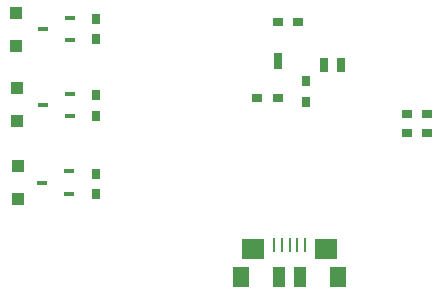
<source format=gtp>
G04 DipTrace 2.4.0.2*
%INTopPaste.gbr*%
%MOIN*%
%ADD59R,0.0314X0.055*%
%ADD61R,0.0196X0.0038*%
%ADD63R,0.0314X0.0353*%
%ADD65R,0.0333X0.0176*%
%ADD67R,0.0314X0.0451*%
%ADD69R,0.0392X0.0668*%
%ADD71R,0.055X0.0668*%
%ADD73R,0.0747X0.0707*%
%ADD75R,0.0077X0.0451*%
%ADD95R,0.0392X0.0392*%
%ADD97R,0.0353X0.0314*%
%FSLAX44Y44*%
G04*
G70*
G90*
G75*
G01*
%LNTopPaste*%
%LPD*%
D97*
X17635Y13125D3*
X16965D3*
X16295Y10585D3*
X16965D3*
D95*
X8300Y7224D3*
Y8326D3*
X8290Y9824D3*
Y10926D3*
X8262Y12333D3*
Y13436D3*
D75*
X17876Y5687D3*
X17620D3*
X17365D3*
X17109D3*
X16853D3*
D73*
X18585Y5559D3*
X16144D3*
D71*
X18979Y4634D3*
X15750D3*
D69*
X17699D3*
X17030D3*
D67*
X18501Y11705D3*
X19092D3*
D65*
X10010Y7403D3*
Y8151D3*
X9105Y7777D3*
X10063Y9991D3*
Y10739D3*
X9157Y10365D3*
X10063Y12527D3*
Y13275D3*
X9158Y12901D3*
D97*
X21271Y9448D3*
X21941D3*
X21271Y10065D3*
X21940D3*
D63*
X10900Y7410D3*
Y8080D3*
X10927Y10016D3*
Y10685D3*
X10900Y12550D3*
Y13220D3*
X17930Y10480D3*
Y11150D3*
D61*
X17440Y11565D3*
Y11821D3*
Y12077D3*
X16495D3*
Y11821D3*
Y11565D3*
D59*
X16968Y11821D3*
M02*

</source>
